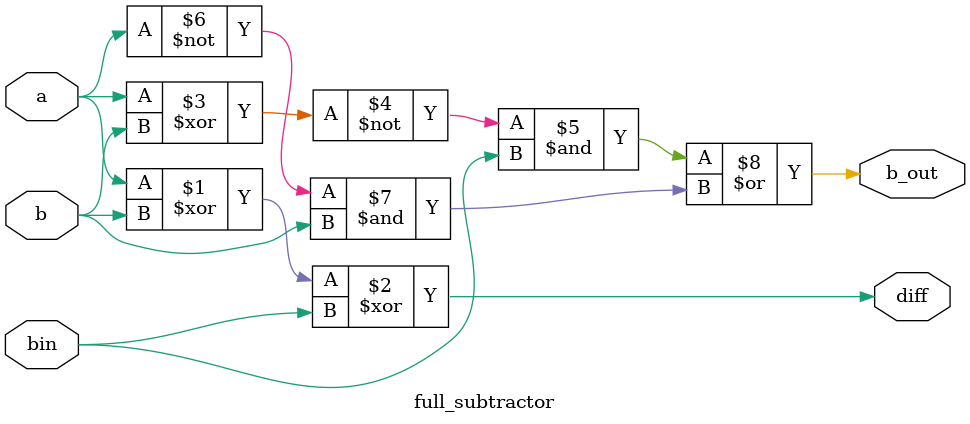
<source format=v>
`timescale 1ns / 1ps

module full_subtractor(
    input a,
    input b,
    input bin,
    output diff,
    output b_out
);

    assign diff = (a ^ b) ^ bin;
    assign b_out = (~(a ^ b) & bin) | (~a & b);

endmodule


</source>
